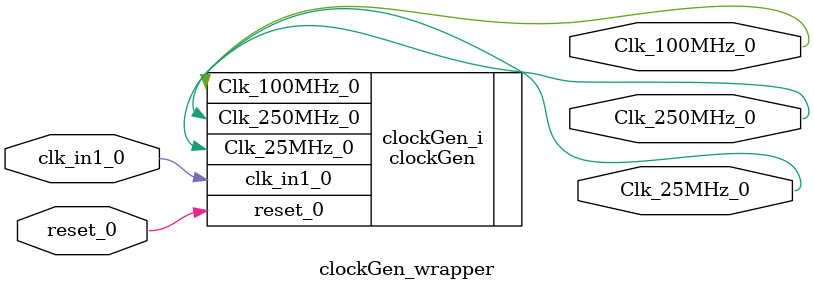
<source format=v>
`timescale 1 ps / 1 ps

module clockGen_wrapper
   (Clk_100MHz_0,
    Clk_250MHz_0,
    Clk_25MHz_0,
    clk_in1_0,
    reset_0);
  output Clk_100MHz_0;
  output Clk_250MHz_0;
  output Clk_25MHz_0;
  input clk_in1_0;
  input reset_0;

  wire Clk_100MHz_0;
  wire Clk_250MHz_0;
  wire Clk_25MHz_0;
  wire clk_in1_0;
  wire reset_0;

  clockGen clockGen_i
       (.Clk_100MHz_0(Clk_100MHz_0),
        .Clk_250MHz_0(Clk_250MHz_0),
        .Clk_25MHz_0(Clk_25MHz_0),
        .clk_in1_0(clk_in1_0),
        .reset_0(reset_0));
endmodule

</source>
